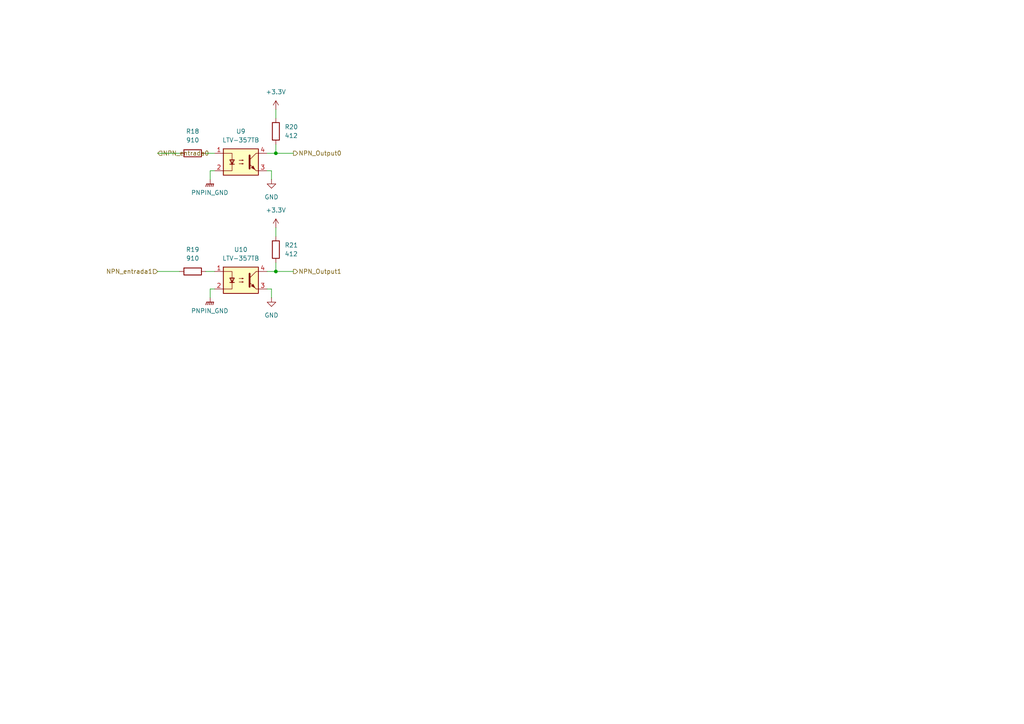
<source format=kicad_sch>
(kicad_sch
	(version 20250114)
	(generator "eeschema")
	(generator_version "9.0")
	(uuid "5369412e-bf14-4e68-a209-28198dd904c9")
	(paper "A4")
	(lib_symbols
		(symbol "Device:R"
			(pin_numbers
				(hide yes)
			)
			(pin_names
				(offset 0)
			)
			(exclude_from_sim no)
			(in_bom yes)
			(on_board yes)
			(property "Reference" "R"
				(at 2.032 0 90)
				(effects
					(font
						(size 1.27 1.27)
					)
				)
			)
			(property "Value" "R"
				(at 0 0 90)
				(effects
					(font
						(size 1.27 1.27)
					)
				)
			)
			(property "Footprint" ""
				(at -1.778 0 90)
				(effects
					(font
						(size 1.27 1.27)
					)
					(hide yes)
				)
			)
			(property "Datasheet" "~"
				(at 0 0 0)
				(effects
					(font
						(size 1.27 1.27)
					)
					(hide yes)
				)
			)
			(property "Description" "Resistor"
				(at 0 0 0)
				(effects
					(font
						(size 1.27 1.27)
					)
					(hide yes)
				)
			)
			(property "ki_keywords" "R res resistor"
				(at 0 0 0)
				(effects
					(font
						(size 1.27 1.27)
					)
					(hide yes)
				)
			)
			(property "ki_fp_filters" "R_*"
				(at 0 0 0)
				(effects
					(font
						(size 1.27 1.27)
					)
					(hide yes)
				)
			)
			(symbol "R_0_1"
				(rectangle
					(start -1.016 -2.54)
					(end 1.016 2.54)
					(stroke
						(width 0.254)
						(type default)
					)
					(fill
						(type none)
					)
				)
			)
			(symbol "R_1_1"
				(pin passive line
					(at 0 3.81 270)
					(length 1.27)
					(name "~"
						(effects
							(font
								(size 1.27 1.27)
							)
						)
					)
					(number "1"
						(effects
							(font
								(size 1.27 1.27)
							)
						)
					)
				)
				(pin passive line
					(at 0 -3.81 90)
					(length 1.27)
					(name "~"
						(effects
							(font
								(size 1.27 1.27)
							)
						)
					)
					(number "2"
						(effects
							(font
								(size 1.27 1.27)
							)
						)
					)
				)
			)
			(embedded_fonts no)
		)
		(symbol "Isolator:LTV-357T"
			(pin_names
				(offset 1.016)
			)
			(exclude_from_sim no)
			(in_bom yes)
			(on_board yes)
			(property "Reference" "U"
				(at -5.334 4.826 0)
				(effects
					(font
						(size 1.27 1.27)
					)
					(justify left)
				)
			)
			(property "Value" "LTV-357T"
				(at 0 5.08 0)
				(effects
					(font
						(size 1.27 1.27)
					)
					(justify left)
				)
			)
			(property "Footprint" "Package_SO:SO-4_4.4x3.6mm_P2.54mm"
				(at -5.08 -5.08 0)
				(effects
					(font
						(size 1.27 1.27)
						(italic yes)
					)
					(justify left)
					(hide yes)
				)
			)
			(property "Datasheet" "https://www.buerklin.com/medias/sys_master/download/download/h91/ha0/8892020588574.pdf"
				(at 0 0 0)
				(effects
					(font
						(size 1.27 1.27)
					)
					(justify left)
					(hide yes)
				)
			)
			(property "Description" "DC Optocoupler, Vce 35V, CTR 50%, SO-4"
				(at 0 0 0)
				(effects
					(font
						(size 1.27 1.27)
					)
					(hide yes)
				)
			)
			(property "ki_keywords" "NPN DC Optocoupler"
				(at 0 0 0)
				(effects
					(font
						(size 1.27 1.27)
					)
					(hide yes)
				)
			)
			(property "ki_fp_filters" "SO*4.4x3.6mm*P2.54mm*"
				(at 0 0 0)
				(effects
					(font
						(size 1.27 1.27)
					)
					(hide yes)
				)
			)
			(symbol "LTV-357T_0_1"
				(rectangle
					(start -5.08 3.81)
					(end 5.08 -3.81)
					(stroke
						(width 0.254)
						(type default)
					)
					(fill
						(type background)
					)
				)
				(polyline
					(pts
						(xy -5.08 2.54) (xy -2.54 2.54) (xy -2.54 -0.762)
					)
					(stroke
						(width 0)
						(type default)
					)
					(fill
						(type none)
					)
				)
				(polyline
					(pts
						(xy -3.175 -0.635) (xy -1.905 -0.635)
					)
					(stroke
						(width 0.254)
						(type default)
					)
					(fill
						(type none)
					)
				)
				(polyline
					(pts
						(xy -2.54 -0.635) (xy -2.54 -2.54) (xy -5.08 -2.54)
					)
					(stroke
						(width 0)
						(type default)
					)
					(fill
						(type none)
					)
				)
				(polyline
					(pts
						(xy -2.54 -0.635) (xy -3.175 0.635) (xy -1.905 0.635) (xy -2.54 -0.635)
					)
					(stroke
						(width 0.254)
						(type default)
					)
					(fill
						(type none)
					)
				)
				(polyline
					(pts
						(xy -0.508 0.508) (xy 0.762 0.508) (xy 0.381 0.381) (xy 0.381 0.635) (xy 0.762 0.508)
					)
					(stroke
						(width 0)
						(type default)
					)
					(fill
						(type none)
					)
				)
				(polyline
					(pts
						(xy -0.508 -0.508) (xy 0.762 -0.508) (xy 0.381 -0.635) (xy 0.381 -0.381) (xy 0.762 -0.508)
					)
					(stroke
						(width 0)
						(type default)
					)
					(fill
						(type none)
					)
				)
				(polyline
					(pts
						(xy 2.54 1.905) (xy 2.54 -1.905) (xy 2.54 -1.905)
					)
					(stroke
						(width 0.508)
						(type default)
					)
					(fill
						(type none)
					)
				)
				(polyline
					(pts
						(xy 2.54 0.635) (xy 4.445 2.54)
					)
					(stroke
						(width 0)
						(type default)
					)
					(fill
						(type none)
					)
				)
				(polyline
					(pts
						(xy 3.048 -1.651) (xy 3.556 -1.143) (xy 4.064 -2.159) (xy 3.048 -1.651) (xy 3.048 -1.651)
					)
					(stroke
						(width 0)
						(type default)
					)
					(fill
						(type outline)
					)
				)
				(polyline
					(pts
						(xy 4.445 2.54) (xy 5.08 2.54)
					)
					(stroke
						(width 0)
						(type default)
					)
					(fill
						(type none)
					)
				)
				(polyline
					(pts
						(xy 4.445 -2.54) (xy 2.54 -0.635)
					)
					(stroke
						(width 0)
						(type default)
					)
					(fill
						(type outline)
					)
				)
				(polyline
					(pts
						(xy 4.445 -2.54) (xy 5.08 -2.54)
					)
					(stroke
						(width 0)
						(type default)
					)
					(fill
						(type none)
					)
				)
			)
			(symbol "LTV-357T_1_1"
				(pin passive line
					(at -7.62 2.54 0)
					(length 2.54)
					(name "~"
						(effects
							(font
								(size 1.27 1.27)
							)
						)
					)
					(number "1"
						(effects
							(font
								(size 1.27 1.27)
							)
						)
					)
				)
				(pin passive line
					(at -7.62 -2.54 0)
					(length 2.54)
					(name "~"
						(effects
							(font
								(size 1.27 1.27)
							)
						)
					)
					(number "2"
						(effects
							(font
								(size 1.27 1.27)
							)
						)
					)
				)
				(pin passive line
					(at 7.62 2.54 180)
					(length 2.54)
					(name "~"
						(effects
							(font
								(size 1.27 1.27)
							)
						)
					)
					(number "4"
						(effects
							(font
								(size 1.27 1.27)
							)
						)
					)
				)
				(pin passive line
					(at 7.62 -2.54 180)
					(length 2.54)
					(name "~"
						(effects
							(font
								(size 1.27 1.27)
							)
						)
					)
					(number "3"
						(effects
							(font
								(size 1.27 1.27)
							)
						)
					)
				)
			)
			(embedded_fonts no)
		)
		(symbol "power:+3.3V"
			(power)
			(pin_numbers
				(hide yes)
			)
			(pin_names
				(offset 0)
				(hide yes)
			)
			(exclude_from_sim no)
			(in_bom yes)
			(on_board yes)
			(property "Reference" "#PWR"
				(at 0 -3.81 0)
				(effects
					(font
						(size 1.27 1.27)
					)
					(hide yes)
				)
			)
			(property "Value" "+3.3V"
				(at 0 3.556 0)
				(effects
					(font
						(size 1.27 1.27)
					)
				)
			)
			(property "Footprint" ""
				(at 0 0 0)
				(effects
					(font
						(size 1.27 1.27)
					)
					(hide yes)
				)
			)
			(property "Datasheet" ""
				(at 0 0 0)
				(effects
					(font
						(size 1.27 1.27)
					)
					(hide yes)
				)
			)
			(property "Description" "Power symbol creates a global label with name \"+3.3V\""
				(at 0 0 0)
				(effects
					(font
						(size 1.27 1.27)
					)
					(hide yes)
				)
			)
			(property "ki_keywords" "global power"
				(at 0 0 0)
				(effects
					(font
						(size 1.27 1.27)
					)
					(hide yes)
				)
			)
			(symbol "+3.3V_0_1"
				(polyline
					(pts
						(xy -0.762 1.27) (xy 0 2.54)
					)
					(stroke
						(width 0)
						(type default)
					)
					(fill
						(type none)
					)
				)
				(polyline
					(pts
						(xy 0 2.54) (xy 0.762 1.27)
					)
					(stroke
						(width 0)
						(type default)
					)
					(fill
						(type none)
					)
				)
				(polyline
					(pts
						(xy 0 0) (xy 0 2.54)
					)
					(stroke
						(width 0)
						(type default)
					)
					(fill
						(type none)
					)
				)
			)
			(symbol "+3.3V_1_1"
				(pin power_in line
					(at 0 0 90)
					(length 0)
					(name "~"
						(effects
							(font
								(size 1.27 1.27)
							)
						)
					)
					(number "1"
						(effects
							(font
								(size 1.27 1.27)
							)
						)
					)
				)
			)
			(embedded_fonts no)
		)
		(symbol "power:GND"
			(power)
			(pin_numbers
				(hide yes)
			)
			(pin_names
				(offset 0)
				(hide yes)
			)
			(exclude_from_sim no)
			(in_bom yes)
			(on_board yes)
			(property "Reference" "#PWR"
				(at 0 -6.35 0)
				(effects
					(font
						(size 1.27 1.27)
					)
					(hide yes)
				)
			)
			(property "Value" "GND"
				(at 0 -3.81 0)
				(effects
					(font
						(size 1.27 1.27)
					)
				)
			)
			(property "Footprint" ""
				(at 0 0 0)
				(effects
					(font
						(size 1.27 1.27)
					)
					(hide yes)
				)
			)
			(property "Datasheet" ""
				(at 0 0 0)
				(effects
					(font
						(size 1.27 1.27)
					)
					(hide yes)
				)
			)
			(property "Description" "Power symbol creates a global label with name \"GND\" , ground"
				(at 0 0 0)
				(effects
					(font
						(size 1.27 1.27)
					)
					(hide yes)
				)
			)
			(property "ki_keywords" "global power"
				(at 0 0 0)
				(effects
					(font
						(size 1.27 1.27)
					)
					(hide yes)
				)
			)
			(symbol "GND_0_1"
				(polyline
					(pts
						(xy 0 0) (xy 0 -1.27) (xy 1.27 -1.27) (xy 0 -2.54) (xy -1.27 -1.27) (xy 0 -1.27)
					)
					(stroke
						(width 0)
						(type default)
					)
					(fill
						(type none)
					)
				)
			)
			(symbol "GND_1_1"
				(pin power_in line
					(at 0 0 270)
					(length 0)
					(name "~"
						(effects
							(font
								(size 1.27 1.27)
							)
						)
					)
					(number "1"
						(effects
							(font
								(size 1.27 1.27)
							)
						)
					)
				)
			)
			(embedded_fonts no)
		)
		(symbol "power:GNDPWR"
			(power)
			(pin_numbers
				(hide yes)
			)
			(pin_names
				(offset 0)
				(hide yes)
			)
			(exclude_from_sim no)
			(in_bom yes)
			(on_board yes)
			(property "Reference" "#PWR"
				(at 0 -5.08 0)
				(effects
					(font
						(size 1.27 1.27)
					)
					(hide yes)
				)
			)
			(property "Value" "GNDPWR"
				(at 0 -3.302 0)
				(effects
					(font
						(size 1.27 1.27)
					)
				)
			)
			(property "Footprint" ""
				(at 0 -1.27 0)
				(effects
					(font
						(size 1.27 1.27)
					)
					(hide yes)
				)
			)
			(property "Datasheet" ""
				(at 0 -1.27 0)
				(effects
					(font
						(size 1.27 1.27)
					)
					(hide yes)
				)
			)
			(property "Description" "Power symbol creates a global label with name \"GNDPWR\" , global ground"
				(at 0 0 0)
				(effects
					(font
						(size 1.27 1.27)
					)
					(hide yes)
				)
			)
			(property "ki_keywords" "global ground"
				(at 0 0 0)
				(effects
					(font
						(size 1.27 1.27)
					)
					(hide yes)
				)
			)
			(symbol "GNDPWR_0_1"
				(polyline
					(pts
						(xy -1.016 -1.27) (xy -1.27 -2.032) (xy -1.27 -2.032)
					)
					(stroke
						(width 0.2032)
						(type default)
					)
					(fill
						(type none)
					)
				)
				(polyline
					(pts
						(xy -0.508 -1.27) (xy -0.762 -2.032) (xy -0.762 -2.032)
					)
					(stroke
						(width 0.2032)
						(type default)
					)
					(fill
						(type none)
					)
				)
				(polyline
					(pts
						(xy 0 -1.27) (xy 0 0)
					)
					(stroke
						(width 0)
						(type default)
					)
					(fill
						(type none)
					)
				)
				(polyline
					(pts
						(xy 0 -1.27) (xy -0.254 -2.032) (xy -0.254 -2.032)
					)
					(stroke
						(width 0.2032)
						(type default)
					)
					(fill
						(type none)
					)
				)
				(polyline
					(pts
						(xy 0.508 -1.27) (xy 0.254 -2.032) (xy 0.254 -2.032)
					)
					(stroke
						(width 0.2032)
						(type default)
					)
					(fill
						(type none)
					)
				)
				(polyline
					(pts
						(xy 1.016 -1.27) (xy -1.016 -1.27) (xy -1.016 -1.27)
					)
					(stroke
						(width 0.2032)
						(type default)
					)
					(fill
						(type none)
					)
				)
				(polyline
					(pts
						(xy 1.016 -1.27) (xy 0.762 -2.032) (xy 0.762 -2.032) (xy 0.762 -2.032)
					)
					(stroke
						(width 0.2032)
						(type default)
					)
					(fill
						(type none)
					)
				)
			)
			(symbol "GNDPWR_1_1"
				(pin power_in line
					(at 0 0 270)
					(length 0)
					(name "~"
						(effects
							(font
								(size 1.27 1.27)
							)
						)
					)
					(number "1"
						(effects
							(font
								(size 1.27 1.27)
							)
						)
					)
				)
			)
			(embedded_fonts no)
		)
	)
	(junction
		(at 80.01 78.74)
		(diameter 0)
		(color 0 0 0 0)
		(uuid "cd6fe4b7-d3f6-461e-95d6-8579931dd80e")
	)
	(junction
		(at 80.01 44.45)
		(diameter 0)
		(color 0 0 0 0)
		(uuid "fd2bf8fd-e634-4aff-aab6-be5ec30f5be8")
	)
	(wire
		(pts
			(xy 60.96 49.53) (xy 62.23 49.53)
		)
		(stroke
			(width 0)
			(type default)
		)
		(uuid "0112d343-b70b-407e-825d-e917d17385d9")
	)
	(wire
		(pts
			(xy 60.96 86.36) (xy 60.96 83.82)
		)
		(stroke
			(width 0)
			(type default)
		)
		(uuid "0be49b89-eaf2-4300-b7f8-ea8edddf91cc")
	)
	(wire
		(pts
			(xy 77.47 83.82) (xy 78.74 83.82)
		)
		(stroke
			(width 0)
			(type default)
		)
		(uuid "112c4f34-613d-45b0-a398-ce552a62a14d")
	)
	(wire
		(pts
			(xy 60.96 83.82) (xy 62.23 83.82)
		)
		(stroke
			(width 0)
			(type default)
		)
		(uuid "16203276-3787-4581-a65a-2be5c92da876")
	)
	(wire
		(pts
			(xy 59.69 78.74) (xy 62.23 78.74)
		)
		(stroke
			(width 0)
			(type default)
		)
		(uuid "1fd56771-3ab5-4540-b376-6961da1c2506")
	)
	(wire
		(pts
			(xy 78.74 86.36) (xy 78.74 83.82)
		)
		(stroke
			(width 0)
			(type default)
		)
		(uuid "27f0f671-6141-4d67-a43b-cf16e6743b9e")
	)
	(wire
		(pts
			(xy 80.01 44.45) (xy 80.01 41.91)
		)
		(stroke
			(width 0)
			(type default)
		)
		(uuid "51dd5407-1f4b-44a8-98e0-176ec44dc4a9")
	)
	(wire
		(pts
			(xy 80.01 78.74) (xy 80.01 76.2)
		)
		(stroke
			(width 0)
			(type default)
		)
		(uuid "5861b957-7eaa-4ae1-ba08-1547cbd4be00")
	)
	(wire
		(pts
			(xy 77.47 49.53) (xy 78.74 49.53)
		)
		(stroke
			(width 0)
			(type default)
		)
		(uuid "61a7e1f0-92db-440a-a6d6-16df78ab6cce")
	)
	(wire
		(pts
			(xy 45.72 78.74) (xy 52.07 78.74)
		)
		(stroke
			(width 0)
			(type default)
		)
		(uuid "654794e1-adac-4cb4-b37e-58885985763f")
	)
	(wire
		(pts
			(xy 77.47 44.45) (xy 80.01 44.45)
		)
		(stroke
			(width 0)
			(type default)
		)
		(uuid "655843c2-9b25-4c93-a156-f6d570d0c66c")
	)
	(wire
		(pts
			(xy 59.69 44.45) (xy 62.23 44.45)
		)
		(stroke
			(width 0)
			(type default)
		)
		(uuid "69623b53-3a21-4e74-85fe-26c67da09343")
	)
	(wire
		(pts
			(xy 78.74 52.07) (xy 78.74 49.53)
		)
		(stroke
			(width 0)
			(type default)
		)
		(uuid "6b4a8305-27f9-4439-91ea-4dd8bf9ff45c")
	)
	(wire
		(pts
			(xy 80.01 44.45) (xy 85.09 44.45)
		)
		(stroke
			(width 0)
			(type default)
		)
		(uuid "86ebdfb3-884e-4ae0-b4db-4b30a1a85e3b")
	)
	(wire
		(pts
			(xy 80.01 66.04) (xy 80.01 68.58)
		)
		(stroke
			(width 0)
			(type default)
		)
		(uuid "8813280b-38fb-4a9a-aea6-57de90c909bb")
	)
	(wire
		(pts
			(xy 80.01 78.74) (xy 85.09 78.74)
		)
		(stroke
			(width 0)
			(type default)
		)
		(uuid "91b13cdc-adb7-47b9-9cac-aed22c5c07c9")
	)
	(wire
		(pts
			(xy 77.47 78.74) (xy 80.01 78.74)
		)
		(stroke
			(width 0)
			(type default)
		)
		(uuid "c2302c17-0ff5-4769-be8e-1682bcb17fb3")
	)
	(wire
		(pts
			(xy 60.96 52.07) (xy 60.96 49.53)
		)
		(stroke
			(width 0)
			(type default)
		)
		(uuid "c52659c4-cdde-4380-86ca-165f4c99e88b")
	)
	(wire
		(pts
			(xy 45.72 44.45) (xy 52.07 44.45)
		)
		(stroke
			(width 0)
			(type default)
		)
		(uuid "d43f0635-042e-4c65-a8be-085b62f87e4e")
	)
	(wire
		(pts
			(xy 80.01 31.75) (xy 80.01 34.29)
		)
		(stroke
			(width 0)
			(type default)
		)
		(uuid "f961fa83-c31e-4749-8aa2-917e18155ce9")
	)
	(hierarchical_label "NPN_Output0"
		(shape output)
		(at 85.09 44.45 0)
		(effects
			(font
				(size 1.27 1.27)
			)
			(justify left)
		)
		(uuid "1a0219cc-e3c7-440e-a772-1725c7fadb07")
	)
	(hierarchical_label "NPN_entrada1"
		(shape input)
		(at 45.72 78.74 180)
		(effects
			(font
				(size 1.27 1.27)
			)
			(justify right)
		)
		(uuid "8ed62788-b9e8-42db-bf27-01cdb8732d74")
	)
	(hierarchical_label "NPN_entrada0"
		(shape input)
		(at 45.72 44.45 0)
		(effects
			(font
				(size 1.27 1.27)
			)
			(justify left)
		)
		(uuid "b66d5dba-75d5-4ff0-8b9c-8dda6b6ab7f4")
	)
	(hierarchical_label "NPN_Output1"
		(shape output)
		(at 85.09 78.74 0)
		(effects
			(font
				(size 1.27 1.27)
			)
			(justify left)
		)
		(uuid "ddbb4678-456a-43c5-8f71-725d0e8dafa8")
	)
	(symbol
		(lib_id "Device:R")
		(at 55.88 78.74 90)
		(unit 1)
		(exclude_from_sim no)
		(in_bom yes)
		(on_board yes)
		(dnp no)
		(fields_autoplaced yes)
		(uuid "004646e9-4352-40af-b19a-25302ccf572c")
		(property "Reference" "R19"
			(at 55.88 72.39 90)
			(effects
				(font
					(size 1.27 1.27)
				)
			)
		)
		(property "Value" "910"
			(at 55.88 74.93 90)
			(effects
				(font
					(size 1.27 1.27)
				)
			)
		)
		(property "Footprint" "Resistor_SMD:R_0603_1608Metric"
			(at 55.88 80.518 90)
			(effects
				(font
					(size 1.27 1.27)
				)
				(hide yes)
			)
		)
		(property "Datasheet" "~"
			(at 55.88 78.74 0)
			(effects
				(font
					(size 1.27 1.27)
				)
				(hide yes)
			)
		)
		(property "Description" "Resistor"
			(at 55.88 78.74 0)
			(effects
				(font
					(size 1.27 1.27)
				)
				(hide yes)
			)
		)
		(property "LCSC#" "C114670"
			(at 55.88 78.74 90)
			(effects
				(font
					(size 1.27 1.27)
				)
				(hide yes)
			)
		)
		(pin "1"
			(uuid "c7436843-f654-4a24-a8f7-ed9a8968eecb")
		)
		(pin "2"
			(uuid "7b90e547-b9dd-40a6-b4bb-2123c884d78f")
		)
		(instances
			(project "NIVARA"
				(path "/ff64f013-32cc-4b27-a03f-45a540688198/1d6a0d55-124c-4c27-8d03-8c1521f03c11/0b840e84-445f-4269-8e34-2f6e940196f6"
					(reference "R19")
					(unit 1)
				)
			)
		)
	)
	(symbol
		(lib_id "Device:R")
		(at 80.01 38.1 180)
		(unit 1)
		(exclude_from_sim no)
		(in_bom yes)
		(on_board yes)
		(dnp no)
		(fields_autoplaced yes)
		(uuid "051ee258-561f-49a1-833c-c6cdc7ea4217")
		(property "Reference" "R20"
			(at 82.55 36.8299 0)
			(effects
				(font
					(size 1.27 1.27)
				)
				(justify right)
			)
		)
		(property "Value" "412"
			(at 82.55 39.3699 0)
			(effects
				(font
					(size 1.27 1.27)
				)
				(justify right)
			)
		)
		(property "Footprint" ""
			(at 81.788 38.1 90)
			(effects
				(font
					(size 1.27 1.27)
				)
				(hide yes)
			)
		)
		(property "Datasheet" "~"
			(at 80.01 38.1 0)
			(effects
				(font
					(size 1.27 1.27)
				)
				(hide yes)
			)
		)
		(property "Description" "Resistor"
			(at 80.01 38.1 0)
			(effects
				(font
					(size 1.27 1.27)
				)
				(hide yes)
			)
		)
		(pin "1"
			(uuid "6347a9f4-fab9-4029-a150-8ca530f54ca6")
		)
		(pin "2"
			(uuid "26ae7f6d-9706-4f08-b913-2050da123edf")
		)
		(instances
			(project "NIVARA"
				(path "/ff64f013-32cc-4b27-a03f-45a540688198/1d6a0d55-124c-4c27-8d03-8c1521f03c11/0b840e84-445f-4269-8e34-2f6e940196f6"
					(reference "R20")
					(unit 1)
				)
			)
		)
	)
	(symbol
		(lib_id "power:GNDPWR")
		(at 60.96 52.07 0)
		(unit 1)
		(exclude_from_sim no)
		(in_bom yes)
		(on_board yes)
		(dnp no)
		(fields_autoplaced yes)
		(uuid "276f4b2c-3a85-4bbd-a1b3-296343ea7fe5")
		(property "Reference" "#PWR022"
			(at 60.96 57.15 0)
			(effects
				(font
					(size 1.27 1.27)
				)
				(hide yes)
			)
		)
		(property "Value" "PNPIN_GND"
			(at 60.833 55.88 0)
			(effects
				(font
					(size 1.27 1.27)
				)
			)
		)
		(property "Footprint" ""
			(at 60.96 53.34 0)
			(effects
				(font
					(size 1.27 1.27)
				)
				(hide yes)
			)
		)
		(property "Datasheet" ""
			(at 60.96 53.34 0)
			(effects
				(font
					(size 1.27 1.27)
				)
				(hide yes)
			)
		)
		(property "Description" "Power symbol creates a global label with name \"GNDPWR\" , global ground"
			(at 60.96 52.07 0)
			(effects
				(font
					(size 1.27 1.27)
				)
				(hide yes)
			)
		)
		(pin "1"
			(uuid "d8159f47-0818-40bf-b7d7-9b8d399b1bb8")
		)
		(instances
			(project "NIVARA"
				(path "/ff64f013-32cc-4b27-a03f-45a540688198/1d6a0d55-124c-4c27-8d03-8c1521f03c11/0b840e84-445f-4269-8e34-2f6e940196f6"
					(reference "#PWR022")
					(unit 1)
				)
			)
		)
	)
	(symbol
		(lib_id "Isolator:LTV-357T")
		(at 69.85 81.28 0)
		(unit 1)
		(exclude_from_sim no)
		(in_bom yes)
		(on_board yes)
		(dnp no)
		(fields_autoplaced yes)
		(uuid "29057740-47d6-4e58-a2f2-1bb918752c2e")
		(property "Reference" "U10"
			(at 69.85 72.39 0)
			(effects
				(font
					(size 1.27 1.27)
				)
			)
		)
		(property "Value" "LTV-357TB"
			(at 69.85 74.93 0)
			(effects
				(font
					(size 1.27 1.27)
				)
			)
		)
		(property "Footprint" "Package_SO:SO-4_4.4x3.6mm_P2.54mm"
			(at 64.77 86.36 0)
			(effects
				(font
					(size 1.27 1.27)
					(italic yes)
				)
				(justify left)
				(hide yes)
			)
		)
		(property "Datasheet" "https://www.buerklin.com/medias/sys_master/download/download/h91/ha0/8892020588574.pdf"
			(at 69.85 81.28 0)
			(effects
				(font
					(size 1.27 1.27)
				)
				(justify left)
				(hide yes)
			)
		)
		(property "Description" "DC Optocoupler, Vce 35V, CTR 50%, SO-4"
			(at 69.85 81.28 0)
			(effects
				(font
					(size 1.27 1.27)
				)
				(hide yes)
			)
		)
		(pin "3"
			(uuid "8ecf516a-b026-4141-8725-a377db0746bd")
		)
		(pin "1"
			(uuid "44917c7e-59e1-4fb2-8085-ea8095c010a7")
		)
		(pin "2"
			(uuid "560c3763-fedf-4e3b-aede-39f122bd8b6f")
		)
		(pin "4"
			(uuid "f5d1130c-f063-4a62-bbbe-85b4cc625a4e")
		)
		(instances
			(project "NIVARA"
				(path "/ff64f013-32cc-4b27-a03f-45a540688198/1d6a0d55-124c-4c27-8d03-8c1521f03c11/0b840e84-445f-4269-8e34-2f6e940196f6"
					(reference "U10")
					(unit 1)
				)
			)
		)
	)
	(symbol
		(lib_id "power:+3.3V")
		(at 80.01 31.75 0)
		(unit 1)
		(exclude_from_sim no)
		(in_bom yes)
		(on_board yes)
		(dnp no)
		(fields_autoplaced yes)
		(uuid "29694778-dac7-4810-9fe0-f986e8fddbb0")
		(property "Reference" "#PWR044"
			(at 80.01 35.56 0)
			(effects
				(font
					(size 1.27 1.27)
				)
				(hide yes)
			)
		)
		(property "Value" "+3.3V"
			(at 80.01 26.67 0)
			(effects
				(font
					(size 1.27 1.27)
				)
			)
		)
		(property "Footprint" ""
			(at 80.01 31.75 0)
			(effects
				(font
					(size 1.27 1.27)
				)
				(hide yes)
			)
		)
		(property "Datasheet" ""
			(at 80.01 31.75 0)
			(effects
				(font
					(size 1.27 1.27)
				)
				(hide yes)
			)
		)
		(property "Description" "Power symbol creates a global label with name \"+3.3V\""
			(at 80.01 31.75 0)
			(effects
				(font
					(size 1.27 1.27)
				)
				(hide yes)
			)
		)
		(pin "1"
			(uuid "aa0d7366-eacd-4783-87a2-6ce41ace987c")
		)
		(instances
			(project "NIVARA"
				(path "/ff64f013-32cc-4b27-a03f-45a540688198/1d6a0d55-124c-4c27-8d03-8c1521f03c11/0b840e84-445f-4269-8e34-2f6e940196f6"
					(reference "#PWR044")
					(unit 1)
				)
			)
		)
	)
	(symbol
		(lib_id "Isolator:LTV-357T")
		(at 69.85 46.99 0)
		(unit 1)
		(exclude_from_sim no)
		(in_bom yes)
		(on_board yes)
		(dnp no)
		(fields_autoplaced yes)
		(uuid "475fc676-6b98-4204-9fc1-3a923f0cb5e4")
		(property "Reference" "U9"
			(at 69.85 38.1 0)
			(effects
				(font
					(size 1.27 1.27)
				)
			)
		)
		(property "Value" "LTV-357TB"
			(at 69.85 40.64 0)
			(effects
				(font
					(size 1.27 1.27)
				)
			)
		)
		(property "Footprint" "Package_SO:SO-4_4.4x3.6mm_P2.54mm"
			(at 64.77 52.07 0)
			(effects
				(font
					(size 1.27 1.27)
					(italic yes)
				)
				(justify left)
				(hide yes)
			)
		)
		(property "Datasheet" "https://www.buerklin.com/medias/sys_master/download/download/h91/ha0/8892020588574.pdf"
			(at 69.85 46.99 0)
			(effects
				(font
					(size 1.27 1.27)
				)
				(justify left)
				(hide yes)
			)
		)
		(property "Description" "DC Optocoupler, Vce 35V, CTR 50%, SO-4"
			(at 69.85 46.99 0)
			(effects
				(font
					(size 1.27 1.27)
				)
				(hide yes)
			)
		)
		(pin "3"
			(uuid "c3fe580f-86f1-43c7-9169-0628b454ff72")
		)
		(pin "1"
			(uuid "ff93d603-68bd-4653-b760-cc62d2cb612e")
		)
		(pin "2"
			(uuid "67994852-5df6-418c-b80e-dfbf3635acbe")
		)
		(pin "4"
			(uuid "8724be08-7138-47a7-9b99-4cad8d871795")
		)
		(instances
			(project "NIVARA"
				(path "/ff64f013-32cc-4b27-a03f-45a540688198/1d6a0d55-124c-4c27-8d03-8c1521f03c11/0b840e84-445f-4269-8e34-2f6e940196f6"
					(reference "U9")
					(unit 1)
				)
			)
		)
	)
	(symbol
		(lib_id "power:GND")
		(at 78.74 52.07 0)
		(unit 1)
		(exclude_from_sim no)
		(in_bom yes)
		(on_board yes)
		(dnp no)
		(fields_autoplaced yes)
		(uuid "594f678e-f8fb-48a8-ab0d-c5a44a0ed7d2")
		(property "Reference" "#PWR042"
			(at 78.74 58.42 0)
			(effects
				(font
					(size 1.27 1.27)
				)
				(hide yes)
			)
		)
		(property "Value" "GND"
			(at 78.74 57.15 0)
			(effects
				(font
					(size 1.27 1.27)
				)
			)
		)
		(property "Footprint" ""
			(at 78.74 52.07 0)
			(effects
				(font
					(size 1.27 1.27)
				)
				(hide yes)
			)
		)
		(property "Datasheet" ""
			(at 78.74 52.07 0)
			(effects
				(font
					(size 1.27 1.27)
				)
				(hide yes)
			)
		)
		(property "Description" "Power symbol creates a global label with name \"GND\" , ground"
			(at 78.74 52.07 0)
			(effects
				(font
					(size 1.27 1.27)
				)
				(hide yes)
			)
		)
		(pin "1"
			(uuid "976364ef-54e9-4605-b806-cc0d7cfc3c43")
		)
		(instances
			(project "NIVARA"
				(path "/ff64f013-32cc-4b27-a03f-45a540688198/1d6a0d55-124c-4c27-8d03-8c1521f03c11/0b840e84-445f-4269-8e34-2f6e940196f6"
					(reference "#PWR042")
					(unit 1)
				)
			)
		)
	)
	(symbol
		(lib_id "Device:R")
		(at 80.01 72.39 180)
		(unit 1)
		(exclude_from_sim no)
		(in_bom yes)
		(on_board yes)
		(dnp no)
		(fields_autoplaced yes)
		(uuid "7efd78a2-171e-4872-a864-1f6d5c7938c4")
		(property "Reference" "R21"
			(at 82.55 71.1199 0)
			(effects
				(font
					(size 1.27 1.27)
				)
				(justify right)
			)
		)
		(property "Value" "412"
			(at 82.55 73.6599 0)
			(effects
				(font
					(size 1.27 1.27)
				)
				(justify right)
			)
		)
		(property "Footprint" ""
			(at 81.788 72.39 90)
			(effects
				(font
					(size 1.27 1.27)
				)
				(hide yes)
			)
		)
		(property "Datasheet" "~"
			(at 80.01 72.39 0)
			(effects
				(font
					(size 1.27 1.27)
				)
				(hide yes)
			)
		)
		(property "Description" "Resistor"
			(at 80.01 72.39 0)
			(effects
				(font
					(size 1.27 1.27)
				)
				(hide yes)
			)
		)
		(pin "1"
			(uuid "01c83767-b741-4b1a-a286-45659d65a127")
		)
		(pin "2"
			(uuid "f1c2f27e-20d6-4c18-8d6a-bb68de4a1ec0")
		)
		(instances
			(project "NIVARA"
				(path "/ff64f013-32cc-4b27-a03f-45a540688198/1d6a0d55-124c-4c27-8d03-8c1521f03c11/0b840e84-445f-4269-8e34-2f6e940196f6"
					(reference "R21")
					(unit 1)
				)
			)
		)
	)
	(symbol
		(lib_id "power:GNDPWR")
		(at 60.96 86.36 0)
		(unit 1)
		(exclude_from_sim no)
		(in_bom yes)
		(on_board yes)
		(dnp no)
		(fields_autoplaced yes)
		(uuid "961513e2-2725-4679-8c68-b4f9c96adac0")
		(property "Reference" "#PWR025"
			(at 60.96 91.44 0)
			(effects
				(font
					(size 1.27 1.27)
				)
				(hide yes)
			)
		)
		(property "Value" "PNPIN_GND"
			(at 60.833 90.17 0)
			(effects
				(font
					(size 1.27 1.27)
				)
			)
		)
		(property "Footprint" ""
			(at 60.96 87.63 0)
			(effects
				(font
					(size 1.27 1.27)
				)
				(hide yes)
			)
		)
		(property "Datasheet" ""
			(at 60.96 87.63 0)
			(effects
				(font
					(size 1.27 1.27)
				)
				(hide yes)
			)
		)
		(property "Description" "Power symbol creates a global label with name \"GNDPWR\" , global ground"
			(at 60.96 86.36 0)
			(effects
				(font
					(size 1.27 1.27)
				)
				(hide yes)
			)
		)
		(pin "1"
			(uuid "517e086a-2326-408c-bf27-c16556d205d6")
		)
		(instances
			(project "NIVARA"
				(path "/ff64f013-32cc-4b27-a03f-45a540688198/1d6a0d55-124c-4c27-8d03-8c1521f03c11/0b840e84-445f-4269-8e34-2f6e940196f6"
					(reference "#PWR025")
					(unit 1)
				)
			)
		)
	)
	(symbol
		(lib_id "power:+3.3V")
		(at 80.01 66.04 0)
		(unit 1)
		(exclude_from_sim no)
		(in_bom yes)
		(on_board yes)
		(dnp no)
		(fields_autoplaced yes)
		(uuid "a507e94e-52dd-4fa8-97e4-21eb3eb4b32e")
		(property "Reference" "#PWR045"
			(at 80.01 69.85 0)
			(effects
				(font
					(size 1.27 1.27)
				)
				(hide yes)
			)
		)
		(property "Value" "+3.3V"
			(at 80.01 60.96 0)
			(effects
				(font
					(size 1.27 1.27)
				)
			)
		)
		(property "Footprint" ""
			(at 80.01 66.04 0)
			(effects
				(font
					(size 1.27 1.27)
				)
				(hide yes)
			)
		)
		(property "Datasheet" ""
			(at 80.01 66.04 0)
			(effects
				(font
					(size 1.27 1.27)
				)
				(hide yes)
			)
		)
		(property "Description" "Power symbol creates a global label with name \"+3.3V\""
			(at 80.01 66.04 0)
			(effects
				(font
					(size 1.27 1.27)
				)
				(hide yes)
			)
		)
		(pin "1"
			(uuid "a825d63a-ce82-411c-9b7c-0fdd9b475178")
		)
		(instances
			(project "NIVARA"
				(path "/ff64f013-32cc-4b27-a03f-45a540688198/1d6a0d55-124c-4c27-8d03-8c1521f03c11/0b840e84-445f-4269-8e34-2f6e940196f6"
					(reference "#PWR045")
					(unit 1)
				)
			)
		)
	)
	(symbol
		(lib_id "power:GND")
		(at 78.74 86.36 0)
		(unit 1)
		(exclude_from_sim no)
		(in_bom yes)
		(on_board yes)
		(dnp no)
		(fields_autoplaced yes)
		(uuid "ab25fc56-66ac-42e6-8ba0-5ded43ce904f")
		(property "Reference" "#PWR043"
			(at 78.74 92.71 0)
			(effects
				(font
					(size 1.27 1.27)
				)
				(hide yes)
			)
		)
		(property "Value" "GND"
			(at 78.74 91.44 0)
			(effects
				(font
					(size 1.27 1.27)
				)
			)
		)
		(property "Footprint" ""
			(at 78.74 86.36 0)
			(effects
				(font
					(size 1.27 1.27)
				)
				(hide yes)
			)
		)
		(property "Datasheet" ""
			(at 78.74 86.36 0)
			(effects
				(font
					(size 1.27 1.27)
				)
				(hide yes)
			)
		)
		(property "Description" "Power symbol creates a global label with name \"GND\" , ground"
			(at 78.74 86.36 0)
			(effects
				(font
					(size 1.27 1.27)
				)
				(hide yes)
			)
		)
		(pin "1"
			(uuid "fddf7b60-05cd-4781-b24c-14a1d0613572")
		)
		(instances
			(project "NIVARA"
				(path "/ff64f013-32cc-4b27-a03f-45a540688198/1d6a0d55-124c-4c27-8d03-8c1521f03c11/0b840e84-445f-4269-8e34-2f6e940196f6"
					(reference "#PWR043")
					(unit 1)
				)
			)
		)
	)
	(symbol
		(lib_id "Device:R")
		(at 55.88 44.45 90)
		(unit 1)
		(exclude_from_sim no)
		(in_bom yes)
		(on_board yes)
		(dnp no)
		(fields_autoplaced yes)
		(uuid "b9eb72a7-4b5f-4f7a-aaa0-f79f65607ff8")
		(property "Reference" "R18"
			(at 55.88 38.1 90)
			(effects
				(font
					(size 1.27 1.27)
				)
			)
		)
		(property "Value" "910"
			(at 55.88 40.64 90)
			(effects
				(font
					(size 1.27 1.27)
				)
			)
		)
		(property "Footprint" "Resistor_SMD:R_0603_1608Metric"
			(at 55.88 46.228 90)
			(effects
				(font
					(size 1.27 1.27)
				)
				(hide yes)
			)
		)
		(property "Datasheet" "~"
			(at 55.88 44.45 0)
			(effects
				(font
					(size 1.27 1.27)
				)
				(hide yes)
			)
		)
		(property "Description" "Resistor"
			(at 55.88 44.45 0)
			(effects
				(font
					(size 1.27 1.27)
				)
				(hide yes)
			)
		)
		(property "LCSC#" "C114670"
			(at 55.88 44.45 90)
			(effects
				(font
					(size 1.27 1.27)
				)
				(hide yes)
			)
		)
		(pin "1"
			(uuid "a7b6781c-3d25-46c6-9113-951c426dc6ae")
		)
		(pin "2"
			(uuid "90df33c4-73b3-4d34-96e8-e96756f4d6ec")
		)
		(instances
			(project "NIVARA"
				(path "/ff64f013-32cc-4b27-a03f-45a540688198/1d6a0d55-124c-4c27-8d03-8c1521f03c11/0b840e84-445f-4269-8e34-2f6e940196f6"
					(reference "R18")
					(unit 1)
				)
			)
		)
	)
)

</source>
